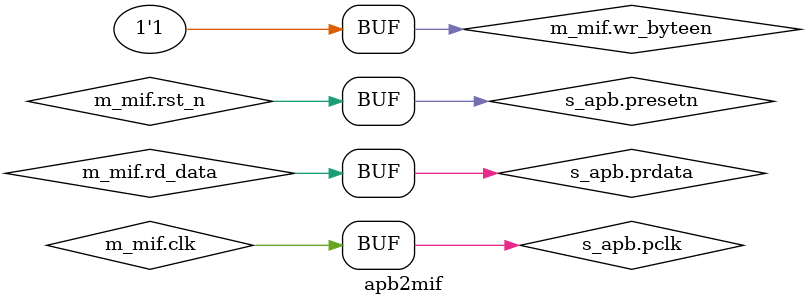
<source format=sv>
/*
 * apb2mif.sv
 *
 *  Created on: 2023-08-09 22:26
 *      Author: Jack Chen <redchenjs@live.com>
 */

`timescale 1 ns / 1 ps

module apb2mif #(
    parameter ADDR_WIDTH = 32,
    parameter DATA_WIDTH = 32
) (
    apb_if.slave  s_apb,
    mif_if.master m_mif
);

assign m_mif.clk   = s_apb.pclk;
assign m_mif.rst_n = s_apb.presetn;

assign m_mif.wr_en     = s_apb.psel & s_apb.penable & s_apb.pwrite;
assign m_mif.wr_addr   = s_apb.paddr;
assign m_mif.wr_data   = s_apb.pwdata;
assign m_mif.wr_byteen = {(DATA_WIDTH/8){1'b1}};

assign m_mif.rd_en   = s_apb.psel & !s_apb.penable & !s_apb.pwrite;
assign m_mif.rd_addr = s_apb.paddr;

assign s_apb.prdata = m_mif.rd_data;

endmodule

</source>
